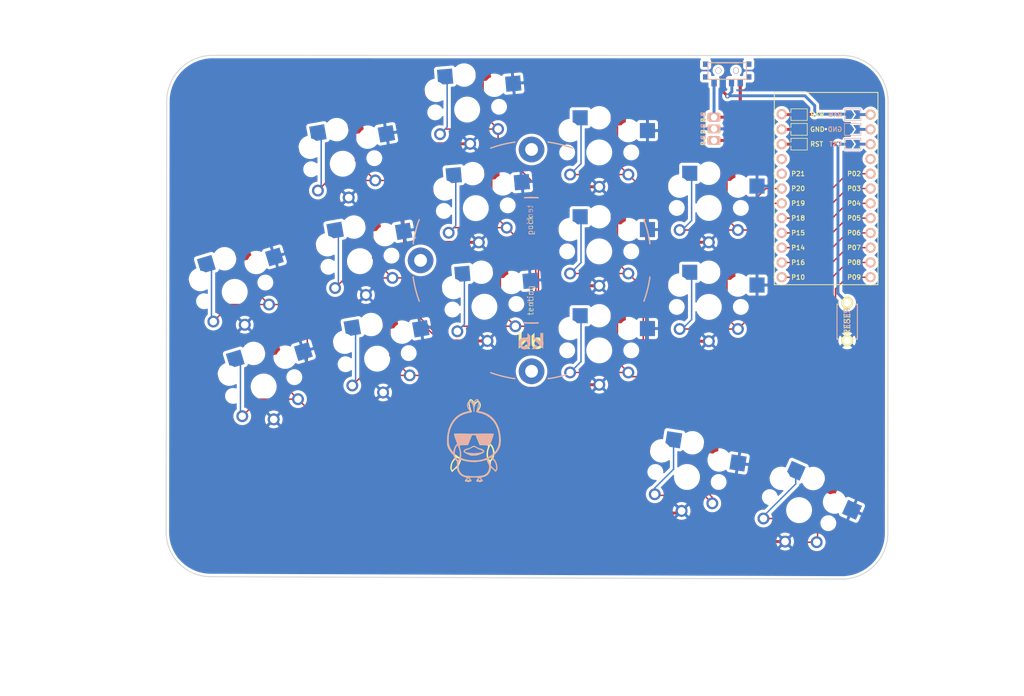
<source format=kicad_pcb>
(kicad_pcb (version 20211014) (generator pcbnew)
  (title_block (title "board") (rev "v1.0.0") (company "Unknown"))
  (layers (0 "F.Cu" signal) (31 "B.Cu" signal) (34 "B.Paste" user) (35 "F.Paste" user) (36 "B.SilkS" user "B.Silkscreen") (37 "F.SilkS" user "F.Silkscreen") (38 "B.Mask" user) (39 "F.Mask" user) (44 "Edge.Cuts" user))
  (net 0 "")
  (net 1 "P6")
  (net 2 "GND")
  (net 3 "P5")
  (net 4 "P4")
  (net 5 "P3")
  (net 6 "P2")
  (net 7 "P18")
  (net 8 "P15")
  (net 9 "P14")
  (net 10 "P16")
  (net 11 "P10")
  (net 12 "P19")
  (net 13 "P20")
  (net 14 "P21")
  (net 15 "P7")
  (net 16 "P8")
  (net 17 "P9")
  (net 18 "RAW")
  (net 19 "RST")
  (net 20 "Braw")
  (footprint "kbd:ResetSW" (layer "F.Cu") (at 157.969791 -77.623254 90)
    (fp_text reference "B1" hide)
    (fp_text value "")
  )
  (footprint "PG1350" (layer "F.Cu") (at 71.38711 -104.745067 10)
    (fp_text reference "S11" hide)
    (fp_text value "" hide)
  )
  (footprint "PG1350" (layer "F.Cu") (at 149.714791 -45.238254 156)
    (fp_text reference "S34" hide)
    (fp_text value "" hide)
  )
  (footprint "PG1350" (layer "F.Cu") (at 94.221643 -97.114167 5)
    (fp_text reference "S15" hide)
    (fp_text value "" hide)
  )
  (footprint "PG1350" (layer "F.Cu") (at 115.411087 -89.686017)
    (fp_text reference "S21" hide)
    (fp_text value "" hide)
  )
  (footprint "PG1350" (layer "F.Cu") (at 77.291148 -71.261603 -170)
    (fp_text reference "S8" hide)
    (fp_text value "" hide)
  )
  (footprint "E73:SPDT_C128955" (layer "F.Cu") (at 137.368406 -120.751838)
    (fp_text reference "T1" hide)
    (fp_text value "" hide)
  )
  (footprint "E73:SPDT_C128955" (layer "F.Cu") (at 137.368406 -120.751838)
    (fp_text reference "T2" hide)
    (fp_text value "" hide)
  )
  (footprint "PG1350" (layer "F.Cu") (at 95.703291 -80.178857 -175)
    (fp_text reference "S14" hide)
    (fp_text value "" hide)
  )
  (footprint "PG1350" (layer "F.Cu") (at 115.411087 -72.686017 180)
    (fp_text reference "S20" hide)
    (fp_text value "" hide)
  )
  (footprint "PG1350" (layer "F.Cu") (at 134.21828 -80.153254 180)
    (fp_text reference "S28" hide)
    (fp_text value "" hide)
  )
  (footprint "PG1350" (layer "F.Cu") (at 134.21828 -97.153254)
    (fp_text reference "S29" hide)
    (fp_text value "" hide)
  )
  (footprint "LOGO" (layer "F.Cu") (at 93.819755 -55.859733)
    (fp_text reference "G***" hide)
    (fp_text value "LOGO" hide)
  )
  (footprint "PG1350" (layer "F.Cu") (at 149.714791 -45.238254 -24)
    (fp_text reference "S33" hide)
    (fp_text value "" hide)
  )
  (footprint "PG1350" (layer "F.Cu") (at 77.291148 -71.261603 10)
    (fp_text reference "S7" hide)
    (fp_text value "" hide)
  )
  (footprint "lib:bat" (layer "F.Cu") (at 135.109791 -110.738254 -90)
    (fp_text reference "PAD1" hide)
    (fp_text value "" hide)
  )
  (footprint "PG1350" (layer "F.Cu") (at 52.842259 -82.729963 17)
    (fp_text reference "S5" hide)
    (fp_text value "" hide)
  )
  (footprint "PG1350" (layer "F.Cu") (at 134.21828 -80.153254)
    (fp_text reference "S27" hide)
    (fp_text value "" hide)
  )
  (footprint "PG1350" (layer "F.Cu") (at 74.339129 -88.003335 10)
    (fp_text reference "S9" hide)
    (fp_text value "" hide)
  )
  (footprint "PG1350" (layer "F.Cu") (at 94.221643 -97.114167 -175)
    (fp_text reference "S16" hide)
    (fp_text value "" hide)
  )
  (footprint "PG1350" (layer "F.Cu") (at 134.21828 -97.153254 180)
    (fp_text reference "S30" hide)
    (fp_text value "" hide)
  )
  (footprint "PG1350" (layer "F.Cu") (at 95.703291 -80.178857 5)
    (fp_text reference "S13" hide)
    (fp_text value "" hide)
  )
  (footprint "PG1350" (layer "F.Cu") (at 115.411087 -106.686017 180)
    (fp_text reference "S24" hide)
    (fp_text value "" hide)
  )
  (footprint "PG1350" (layer "F.Cu") (at 92.739996 -114.049477 5)
    (fp_text reference "S17" hide)
    (fp_text value "" hide)
  )
  (footprint "PG1350" (layer "F.Cu") (at 57.812578 -66.472782 -163)
    (fp_text reference "S4" hide)
    (fp_text value "" hide)
  )
  (footprint "PG1350" (layer "F.Cu") (at 74.339129 -88.003335 -170)
    (fp_text reference "S10" hide)
    (fp_text value "" hide)
  )
  (footprint "PG1350" (layer "F.Cu") (at 115.411087 -89.686017 180)
    (fp_text reference "S22" hide)
    (fp_text value "" hide)
  )
  (footprint "PG1350" (layer "F.Cu") (at 130.476118 -50.937009 -9)
    (fp_text reference "S31" hide)
    (fp_text value "" hide)
  )
  (footprint "ProMicro" (layer "F.Cu") (at 154.357213 -99.213254 -90)
    (fp_text reference "MCU1" hide)
    (fp_text value "" hide)
  )
  (footprint "PG1350" (layer "F.Cu") (at 57.812578 -66.472782 17)
    (fp_text reference "S3" hide)
    (fp_text value "" hide)
  )
  (footprint "PG1350" (layer "F.Cu") (at 130.476118 -50.937009 171)
    (fp_text reference "S32" hide)
    (fp_text value "" hide)
  )
  (footprint "Alaa:Tenting_Puck_3_Holes" (layer "F.Cu") (at 103.79722 -88.141427)
    (fp_text reference "REF**")
    (fp_text value "Tenting Puck")
  )
  (footprint "PG1350" (layer "F.Cu") (at 71.38711 -104.745067 -170)
    (fp_text reference "S12" hide)
    (fp_text value "" hide)
  )
  (footprint "PG1350" (layer "F.Cu") (at 115.411087 -106.686017)
    (fp_text reference "S23" hide)
    (fp_text value "" hide)
  )
  (footprint "PG1350" (layer "F.Cu") (at 52.842259 -82.729963 -163)
    (fp_text reference "S6" hide)
    (fp_text value "" hide)
  )
  (footprint "PG1350" (layer "F.Cu") (at 115.411087 -72.686017)
    (fp_text reference "S19" hide)
    (fp_text value "" hide)
  )
  (footprint "PG1350" (layer "F.Cu") (at 92.739996 -114.049477 -175)
    (fp_text reference "S18" hide)
    (fp_text value "" hide)
  )
  (footprint "LOGO" (layer "B.Cu") (at 93.98 -55.88 180)
    (fp_text reference "G***" hide)
    (fp_text value "LOGO" hide)
  )
  (gr_line (start 157.373271 -123.349983) (end 48.779334 -123.36481) (layer "Edge.Cuts") (width 0.15))
  (gr_arc (start 164.948263 -41.009332) (mid 162.628869 -35.71328) (end 157.334791 -33.389332) (layer "Edge.Cuts") (width 0.15))
  (gr_line (start 41.165862 -115.74481) (end 41.071041 -41.428254) (layer "Edge.Cuts") (width 0.15))
  (gr_arc (start 48.691041 -33.808254) (mid 43.311577 -36.04879) (end 41.071041 -41.428254) (layer "Edge.Cuts") (width 0.15))
  (gr_line (start 164.948263 -41.009332) (end 164.993271 -115.736511) (layer "Edge.Cuts") (width 0.15))
  (gr_line (start 157.334791 -33.389332) (end 48.691041 -33.808254) (layer "Edge.Cuts") (width 0.15))
  (gr_arc (start 157.373271 -123.349983) (mid 162.669331 -121.030581) (end 164.993271 -115.736511) (layer "Edge.Cuts") (width 0.15))
  (gr_arc (start 41.165862 -115.74481) (mid 43.485264 -121.04087) (end 48.779334 -123.36481) (layer "Edge.Cuts") (width 0.15))
  (segment (start 147.293059 -65.010791) (end 124.592825 -65.010791) (width 0.25) (layer "F.Cu") (net 1))
  (segment (start 124.592825 -65.010791) (end 121.686138 -62.104105) (width 0.25) (layer "F.Cu") (net 1))
  (segment (start 58.734795 -80.557863) (end 52.095465 -80.557863) (width 0.25) (layer "F.Cu") (net 1))
  (segment (start 54.234545 -89.377494) (end 54.234545 -85.058113) (width 0.25) (layer "F.Cu") (net 1))
  (segment (start 52.095465 -80.557863) (end 49.171748 -77.634146) (width 0.25) (layer "F.Cu") (net 1))
  (segment (start 109.813673 -62.104105) (end 106.982862 -64.934916) (width 0.25) (layer "F.Cu") (net 1))
  (segment (start 121.686138 -62.104105) (end 109.813673 -62.104105) (width 0.25) (layer "F.Cu") (net 1))
  (segment (start 54.234545 -85.058113) (end 58.734795 -80.557863) (width 0.25) (layer "F.Cu") (net 1))
  (segment (start 63.479549 -80.557863) (end 58.734795 -80.557863) (width 0.25) (layer "F.Cu") (net 1))
  (segment (start 161.977213 -92.863254) (end 157.969791 -92.863254) (width 0.25) (layer "F.Cu") (net 1))
  (segment (start 154.628374 -72.346106) (end 147.293059 -65.010791) (width 0.25) (layer "F.Cu") (net 1))
  (segment (start 106.982862 -64.934916) (end 101.130724 -64.934916) (width 0.25) (layer "F.Cu") (net 1))
  (segment (start 154.628374 -89.521837) (end 154.628374 -72.346106) (width 0.25) (layer "F.Cu") (net 1))
  (segment (start 81.024544 -63.5) (end 71.12 -63.5) (width 0.25) (layer "F.Cu") (net 1))
  (segment (start 157.969791 -92.863254) (end 154.628374 -89.521837) (width 0.25) (layer "F.Cu") (net 1))
  (segment (start 101.130724 -64.934916) (end 94.028116 -72.037521) (width 0.25) (layer "F.Cu") (net 1))
  (segment (start 71.12 -63.5) (end 65.297412 -69.322588) (width 0.25) (layer "F.Cu") (net 1))
  (segment (start 94.028116 -72.037521) (end 89.562066 -72.037521) (width 0.25) (layer "F.Cu") (net 1))
  (segment (start 65.297412 -78.74) (end 63.479549 -80.557863) (width 0.25) (layer "F.Cu") (net 1))
  (segment (start 65.297412 -69.322588) (end 65.297412 -78.74) (width 0.25) (layer "F.Cu") (net 1))
  (segment (start 89.562066 -72.037521) (end 81.024544 -63.5) (width 0.25) (layer "F.Cu") (net 1))
  (segment (start 47.655954 -88.184596) (end 48.856953 -86.983597) (width 0.25) (layer "B.Cu") (net 1))
  (segment (start 48.856953 -86.983597) (end 48.856953 -78.356283) (width 0.25) (layer "B.Cu") (net 1))
  (segment (start 122.409791 -55.455499) (end 122.889627 -55.935335) (width 0.5) (layer "F.Cu") (net 2))
  (segment (start 141.459791 -49.809121) (end 143.680465 -52.029795) (width 0.5) (layer "F.Cu") (net 2))
  (segment (start 108.15356 -75.418544) (end 107.136087 -76.436017) (width 0.5) (layer "F.Cu") (net 2))
  (segment (start 63.384822 -105.421809) (end 62.586645 -106.219986) (width 0.5) (layer "F.Cu") (net 2))
  (segment (start 96.21751 -74.301308) (end 89.760656 -74.301308) (width 0.5) (layer "F.Cu") (net 2))
  (segment (start 134.21828 -91.253254) (end 127.851901 -91.253254) (width 0.5) (layer "F.Cu") (net 2))
  (segment (start 63.384822 -100.80225) (end 63.384822 -105.421809) (width 0.5) (layer "F.Cu") (net 2))
  (segment (start 128.490798 -74.253254) (end 125.94328 -76.800772) (width 0.5) (layer "F.Cu") (net 2))
  (segment (start 75.363653 -82.192969) (end 74.347654 -81.17697) (width 0.5) (layer "F.Cu") (net 2))
  (segment (start 115.411087 -66.786017) (end 109.81576 -66.786017) (width 0.5) (layer "F.Cu") (net 2))
  (segment (start 125.94328 -93.161875) (end 125.94328 -100.903254) (width 0.5) (layer "F.Cu") (net 2))
  (segment (start 108.15356 -68.448217) (end 108.15356 -75.418544) (width 0.5) (layer "F.Cu") (net 2))
  (segment (start 62.586645 -106.219986) (end 62.586645 -107.001157) (width 0.5) (layer "F.Cu") (net 2))
  (segment (start 66.26837 -97.918702) (end 63.384822 -100.80225) (width 0.5) (layer "F.Cu") (net 2))
  (segment (start 74.347654 -81.17697) (end 68.485407 -81.17697) (width 0.5) (layer "F.Cu") (net 2))
  (segment (start 71.813295 -64.435238) (end 68.490683 -67.75785) (width 0.5) (layer "F.Cu") (net 2))
  (segment (start 141.459791 -42.698254) (end 141.459791 -49.809121) (width 0.5) (layer "F.Cu") (net 2))
  (segment (start 89.760656 -74.301308) (end 87.132946 -76.929018) (width 0.5) (layer "F.Cu") (net 2))
  (segment (start 109.81576 -66.786017) (end 108.15356 -68.448217) (width 0.5) (layer "F.Cu") (net 2))
  (segment (start 49.917361 -65.987885) (end 48.802762 -67.102484) (width 0.5) (layer "F.Cu") (net 2))
  (segment (start 59.537571 -60.830584) (end 58.196209 -59.489222) (width 0.5) (layer "F.Cu") (net 2))
  (segment (start 77.299673 -64.435238) (end 71.813295 -64.435238) (width 0.5) (layer "F.Cu") (net 2))
  (segment (start 115.411087 -83.786017) (end 108.973745 -83.786017) (width 0.5) (layer "F.Cu") (net 2))
  (segment (start 124.609447 -44.744455) (end 122.409791 -46.944111) (width 0.5) (layer "F.Cu") (net 2))
  (segment (start 78.315672 -65.451237) (end 77.299673 -64.435238) (width 0.5) (layer "F.Cu") (net 2))
  (segment (start 58.196209 -59.489222) (end 53.137791 -59.489222) (width 0.5) (layer "F.Cu") (net 2))
  (segment (start 71.395635 -97.918702) (end 66.26837 -97.918702) (width 0.5) (layer "F.Cu") (net 2))
  (segment (start 53.137791 -59.489222) (end 49.917361 -62.709652) (width 0.5) (layer "F.Cu") (net 2))
  (segment (start 134.21828 -74.253254) (end 128.490798 -74.253254) (width 0.5) (layer "F.Cu") (net 2))
  (segment (start 107.136087 -103.216201) (end 107.136087 -110.436017) (width 0.5) (layer "F.Cu") (net 2))
  (segment (start 86.601289 -108.171928) (end 86.570217 -108.140856) (width 0.5) (layer "F.Cu") (net 2))
  (segment (start 93.254215 -108.171928) (end 86.601289 -108.171928) (width 0.5) (layer "F.Cu") (net 2))
  (segment (start 115.411087 -100.786017) (end 109.566271 -100.786017) (width 0.5) (layer "F.Cu") (net 2))
  (segment (start 68.485407 -81.17697) (end 65.538664 -84.123713) (width 0.5) (layer "F.Cu") (net 2))
  (segment (start 85.651298 -93.599163) (end 85.651298 -100.128683) (width 0.5) (layer "F.Cu") (net 2))
  (segment (start 65.538664 -84.123713) (end 65.538664 -90.259425) (width 0.5) (layer "F.Cu") (net 2))
  (segment (start 48.802762 -67.102484) (end 48.802762 -67.639549) (width 0.5) (layer "F.Cu") (net 2))
  (segment (start 147.315045 -39.848335) (end 144.30971 -39.848335) (width 0.5) (layer "F.Cu") (net 2))
  (segment (start 154.256703 -110.643254) (end 150.44369 -110.643254) (width 0.5) (layer "F.Cu") (net 2))
  (segment (start 122.409791 -46.944111) (end 122.409791 -55.455499) (width 0.5) (layer "F.Cu") (net 2))
  (segment (start 108.15356 -76.015027) (end 107.136087 -77.0325) (width 0.5) (layer "F.Cu") (net 2))
  (segment (start 109.566271 -100.786017) (end 107.136087 -103.216201) (width 0.5) (layer "F.Cu") (net 2))
  (segment (start 94.735862 -91.236618) (end 88.013843 -91.236618) (width 0.5) (layer "F.Cu") (net 2))
  (segment (start 48.232895 -75.218284) (end 44.864298 -78.586881) (width 0.5) (layer "F.Cu") (net 2))
  (segment (start 87.132946 -76.929018) (end 87.132946 -83.193373) (width 0.5) (layer "F.Cu") (net 2))
  (segment (start 129.187964 -44.744455) (end 124.609447 -44.744455) (width 0.5) (layer "F.Cu") (net 2))
  (segment (start 88.013843 -91.236618) (end 85.651298 -93.599163) (width 0.5) (layer "F.Cu") (net 2))
  (segment (start 108.973745 -83.786017) (end 107.136087 -85.623675) (width 0.5) (layer "F.Cu") (net 2))
  (segment (start 154.304587 -110.691138) (end 154.256703 -110.643254) (width 0.5) (layer "F.Cu") (net 2))
  (segment (start 127.851901 -91.253254) (end 125.94328 -93.161875) (width 0.5) (layer "F.Cu") (net 2))
  (segment (start 44.864298 -78.586881) (end 44.864298 -82.864875) (width 0.5) (layer "F.Cu") (net 2))
  (segment (start 86.570217 -108.140856) (end 84.169651 -110.541422) (width 0.5) (layer "F.Cu") (net 2))
  (segment (start 144.30971 -39.848335) (end 141.459791 -42.698254) (width 0.5) (layer "F.Cu") (net 2))
  (segment (start 54.567252 -77.087765) (end 52.697771 -75.218284) (width 0.5) (layer "F.Cu") (net 2))
  (segment (start 72.411634 -98.934701) (end 71.395635 -97.918702) (width 0.5) (layer "F.Cu") (net 2))
  (segment (start 68.490683 -67.75785) (end 68.490683 -73.517693) (width 0.5) (layer "F.Cu") (net 2))
  (segment (start 52.697771 -75.218284) (end 48.232895 -75.218284) (width 0.5) (layer "F.Cu") (net 2))
  (segment (start 107.136087 -85.623675) (end 107.136087 -93.436017) (width 0.5) (layer "F.Cu") (net 2))
  (segment (start 44.864298 -82.864875) (end 43.832443 -83.89673) (width 0.5) (layer "F.Cu") (net 2))
  (segment (start 49.917361 -62.709652) (end 49.917361 -65.987885) (width 0.5) (layer "F.Cu") (net 2))
  (segment (start 129.553156 -45.109647) (end 129.187964 -44.744455) (width 0.5) (layer "F.Cu") (net 2))
  (segment (start 125.94328 -76.800772) (end 125.94328 -83.903254) (width 0.5) (layer "F.Cu") (net 2))
  (segment (start 84.169651 -110.541422) (end 84.169651 -117.063993) (width 0.5) (layer "F.Cu") (net 2))
  (via (at 154.304587 -110.691138) (size 0.8) (drill 0.4) (layers "F.Cu" "B.Cu") (net 2))
  (segment (start 154.329345 -110.66638) (end 154.352471 -110.643254) (width 0.5) (layer "B.Cu") (net 2))
  (segment (start 154.304587 -110.691138) (end 152.841907 -110.691138) (width 0.5) (layer "B.Cu") (net 2))
  (segment (start 152.841907 -110.691138) (end 148.444791 -115.088254) (width 0.5) (layer "B.Cu") (net 2))
  (segment (start 138.379791 -110.738254) (end 135.109791 -110.738254) (width 0.5) (layer "B.Cu") (net 2))
  (segment (start 154.352471 -110.643254) (end 158.19369 -110.643254) (width 0.5) (layer "B.Cu") (net 2))
  (segment (start 142.729791 -115.088254) (end 138.379791 -110.738254) (width 0.5) (layer "B.Cu") (net 2))
  (segment (start 148.444791 -115.088254) (end 142.729791 -115.088254) (width 0.5) (layer "B.Cu") (net 2))
  (segment (start 154.178854 -72.532303) (end 154.178854 -80.140845) (width 0.25) (layer "F.Cu") (net 3))
  (segment (start 154.159791 -80.159908) (end 154.159791 -91.593254) (width 0.25) (layer "F.Cu") (net 3))
  (segment (start 82.87505 -68.387574) (end 85.2764 -68.387574) (width 0.25) (layer "F.Cu") (net 3))
  (segment (start 109.999871 -62.553625) (end 121.499941 -62.553625) (width 0.25) (layer "F.Cu") (net 3))
  (segment (start 94.214315 -72.487041) (end 101.31692 -65.384436) (width 0.25) (layer "F.Cu") (net 3))
  (segment (start 79.483187 -71.779437) (end 82.87505 -68.387574) (width 0.25) (layer "F.Cu") (net 3))
  (segment (start 107.16906 -65.384436) (end 109.999871 -62.553625) (width 0.25) (layer "F.Cu") (net 3))
  (segment (start 89.375867 -72.487041) (end 94.214315 -72.487041) (width 0.25) (layer "F.Cu") (net 3))
  (segment (start 157.969791 -95.403254) (end 161.977213 -95.403254) (width 0.25) (layer "F.Cu") (net 3))
  (segment (start 82.87505 -68.387574) (end 74.763453 -68.387574) (width 0.25) (layer "F.Cu") (net 3))
  (segment (start 79.483187 -77.689907) (end 79.483187 -71.779437) (width 0.25) (layer "F.Cu") (net 3))
  (segment (start 124.406628 -65.460311) (end 147.106862 -65.460311) (width 0.25) (layer "F.Cu") (net 3))
  (segment (start 74.763453 -68.387574) (end 73.026972 -66.651093) (width 0.25) (layer "F.Cu") (net 3))
  (segment (start 147.106862 -65.460311) (end 154.178854 -72.532303) (width 0.25) (layer "F.Cu") (net 3))
  (segment (start 121.499941 -62.553625) (end 124.406628 -65.460311) (width 0.25) (layer "F.Cu") (net 3))
  (segment (start 85.2764 -68.387574) (end 89.375867 -72.487041) (width 0.25) (layer "F.Cu") (net 3))
  (segment (start 101.31692 -65.384436) (end 107.16906 -65.384436) (width 0.25) (layer "F.Cu") (net 3))
  (segment (start 154.159791 -91.593254) (end 157.969791 -95.403254) (width 0.25) (layer "F.Cu") (net 3))
  (segment (start 154.178854 -80.140845) (end 154.159791 -80.159908) (width 0.25) (layer "F.Cu") (net 3))
  (segment (start 73.59045 -67.214571) (end 73.026972 -66.651093) (width 0.25) (layer "B.Cu") (net 3))
  (segment (start 73.032696 -76.552511) (end 73.59045 -75.994757) (width 0.25) (layer "B.Cu") (net 3))
  (segment (start 73.59045 -75.994757) (end 73.59045 -67.214571) (width 0.25) (layer "B.Cu") (net 3))
  (segment (start 76.531168 -88.521169) (end 79.923031 -85.129306) (width 0.25) (layer "F.Cu") (net 4))
  (segment (start 157.969791 -97.943254) (end 161.977213 -97.943254) (width 0.25) (layer "F.Cu") (net 4))
  (segment (start 76.531168 -94.431639) (end 76.531168 -88.521169) (width 0.25) (layer "F.Cu") (net 4))
  (segment (start 101.503117 -65.833956) (end 107.355257 -65.833956) (width 0.25) (layer "F.Cu") (net 4))
  (segment (start 153.698572 -72.687741) (end 153.698572 -93.672035) (width 0.25) (layer "F.Cu") (net 4))
  (segment (start 124.220427 -65.909831) (end 146.920664 -65.909831) (width 0.25) (layer "F.Cu") (net 4))
  (segment (start 94.400512 -72.936561) (end 101.503117 -65.833956) (width 0.25) (layer "F.Cu") (net 4))
  (segment (start 110.186071 -63.003145) (end 121.313741 -63.003145) (width 0.25) (layer "F.Cu") (net 4))
  (segment (start 89.382986 -72.936561) (end 94.400512 -72.936561) (width 0.25) (layer "F.Cu") (net 4))
  (segment (start 84.38648 -82.617802) (end 84.38648 -77.933067) (width 0.25) (layer "F.Cu") (net 4))
  (segment (start 121.313741 -63.003145) (end 124.220427 -65.909831) (width 0.25) (layer "F.Cu") (net 4))
  (segment (start 79.923031 -85.129306) (end 71.811434 -85.129306) (width 0.25) (layer "F.Cu") (net 4))
  (segment (start 107.355257 -65.833956) (end 110.186071 -63.003145) (width 0.25) (layer "F.Cu") (net 4))
  (segment (start 79.923031 -85.129306) (end 81.874976 -85.129306) (width 0.25) (layer "F.Cu") (net 4))
  (segment (start 84.38648 -77.933067) (end 89.382986 -72.936561) (width 0.25) (layer "F.Cu") (net 4))
  (segment (start 146.920664 -65.909831) (end 153.698572 -72.687741) (width 0.25) (layer "F.Cu") (net 4))
  (segment (start 71.811434 -85.129306) (end 70.074953 -83.392825) (width 0.25) (layer "F.Cu") (net 4))
  (segment (start 81.874976 -85.129306) (end 84.38648 -82.617802) (width 0.25) (layer "F.Cu") (net 4))
  (segment (start 153.698572 -93.672035) (end 157.969791 -97.943254) (width 0.25) (layer "F.Cu") (net 4))
  (segment (start 70.638431 -83.956303) (end 70.074953 -83.392825) (width 0.25) (layer "B.Cu") (net 4))
  (segment (start 70.638431 -92.736489) (end 70.638431 -83.956303) (width 0.25) (layer "B.Cu") (net 4))
  (segment (start 70.080677 -93.294243) (end 70.638431 -92.736489) (width 0.25) (layer "B.Cu") (net 4))
  (segment (start 68.859415 -101.871038) (end 67.122934 -100.134557) (width 0.25) (layer "F.Cu") (net 5))
  (segment (start 81.858703 -99.573497) (end 81.858703 -85.781297) (width 0.25) (layer "F.Cu") (net 5))
  (segment (start 146.734466 -66.359351) (end 153.249052 -72.873938) (width 0.25) (layer "F.Cu") (net 5))
  (segment (start 101.689314 -66.283476) (end 107.541455 -66.283476) (width 0.25) (layer "F.Cu") (net 5))
  (segment (start 153.249052 -95.762515) (end 157.969791 -100.483254) (width 0.25) (layer "F.Cu") (net 5))
  (segment (start 124.03423 -66.359351) (end 146.734466 -66.359351) (width 0.25) (layer "F.Cu") (net 5))
  (segment (start 73.579149 -111.173371) (end 73.579149 -105.262901) (width 0.25) (layer "F.Cu") (net 5))
  (segment (start 79.561162 -101.871038) (end 81.858703 -99.573497) (width 0.25) (layer "F.Cu") (net 5))
  (segment (start 76.971012 -101.871038) (end 79.561162 -101.871038) (width 0.25) (layer "F.Cu") (net 5))
  (segment (start 107.541455 -66.283476) (end 110.372268 -63.452665) (width 0.25) (layer "F.Cu") (net 5))
  (segment (start 84.836 -78.119265) (end 89.569184 -73.386081) (width 0.25) (layer "F.Cu") (net 5))
  (segment (start 157.969791 -100.483254) (end 161.977213 -100.483254) (width 0.25) (layer "F.Cu") (net 5))
  (segment (start 89.569184 -73.386081) (end 94.586709 -73.386081) (width 0.25) (layer "F.Cu") (net 5))
  (segment (start 76.971012 -101.871038) (end 68.859415 -101.871038) (width 0.25) (layer "F.Cu") (net 5))
  (segment (start 153.249052 -72.873938) (end 153.249052 -95.762515) (width 0.25) (layer "F.Cu") (net 5))
  (segment (start 84.836 -82.804) (end 84.836 -78.119265) (width 0.25) (layer "F.Cu") (net 5))
  (segment (start 81.858703 -85.781297) (end 84.836 -82.804) (width 0.25) (layer "F.Cu") (net 5))
  (segment (start 73.579149 -105.262901) (end 76.971012 -101.871038) (width 0.25) (layer "F.Cu") (net 5))
  (segment (start 94.586709 -73.386081) (end 101.689314 -66.283476) (width 0.25) (layer "F.Cu") (net 5))
  (segment (start 121.127543 -63.452665) (end 124.03423 -66.359351) (width 0.25) (layer "F.Cu") (net 5))
  (segment (start 110.372268 -63.452665) (end 121.127543 -63.452665) (width 0.25) (layer "F.Cu") (net 5))
  (segment (start 67.686412 -100.698035) (end 67.122934 -100.134557) (width 0.25) (layer "B.Cu") (net 5))
  (segment (start 67.128658 -110.035975) (end 67.686412 -109.478221) (width 0.25) (layer "B.Cu") (net 5))
  (segment (start 67.686412 -109.478221) (end 67.686412 -100.698035) (width 0.25) (layer "B.Cu") (net 5))
  (segment (start 91.925067 -76.829096) (end 91.053509 -75.957538) (width 0.25) (layer "F.Cu") (net 6))
  (segment (start 157.969791 -103.023254) (end 161.977213 -103.023254) (width 0.25) (layer "F.Cu") (net 6))
  (segment (start 101.015456 -76.829096) (end 98.447252 -79.3973) (width 0.25) (layer "F.Cu") (net 6))
  (segment (start 98.447252 -79.3973) (end 98.447252 -86.391651) (width 0.25) (layer "F.Cu") (net 6))
  (segment (start 152.799532 -73.060135) (end 152.799532 -97.852995) (width 0.25) (layer "F.Cu") (net 6))
  (segment (start 102.844128 -76.829096) (end 104.07916 -75.594064) (width 0.25) (layer "F.Cu") (net 6))
  (segment (start 104.07916 -73.484347) (end 106.68 -70.883507) (width 0.25) (layer "F.Cu") (net 6))
  (segment (start 106.68 -70.883507) (end 106.680001 -67.780648) (width 0.25) (layer "F.Cu") (net 6))
  (segment (start 120.941347 -63.902185) (end 123.848033 -66.808871) (width 0.25) (layer "F.Cu") (net 6))
  (segment (start 104.07916 -75.594064) (end 104.07916 -73.484347) (width 0.25) (layer "F.Cu") (net 6))
  (segment (start 106.680001 -67.780648) (end 110.558465 -63.902185) (width 0.25) (layer "F.Cu") (net 6))
  (segment (start 101.015456 -76.829096) (end 91.925067 -76.829096) (width 0.25) (layer "F.Cu") (net 6))
  (segment (start 101.015456 -76.829096) (end 102.844128 -76.829096) (width 0.25) (layer "F.Cu") (net 6))
  (segment (start 152.799532 -97.852995) (end 157.969791 -103.023254) (width 0.25) (layer "F.Cu") (net 6))
  (segment (start 110.558465 -63.902185) (end 120.941347 -63.902185) (width 0.25) (layer "F.Cu") (net 6))
  (segment (start 123.848033 -66.808871) (end 146.548268 -66.808871) (width 0.25) (layer "F.Cu") (net 6))
  (segment (start 146.548268 -66.808871) (end 152.799532 -73.060135) (width 0.25) (layer "F.Cu") (net 6))
  (segment (start 92.270004 -77.174033) (end 91.053509 -75.957538) (width 0.25) (layer "B.Cu") (net 6))
  (segment (start 91.922177 -85.82078) (end 92.270004 -85.472953) (width 0.25) (layer "B.Cu") (net 6))
  (segment (start 92.270004 -85.472953) (end 92.270004 -77.174033) (width 0.25) (layer "B.Cu") (net 6))
  (segment (start 149.079791 -95.403254) (end 146.737213 -95.403254) (width 0.25) (layer "F.Cu") (net 7))
  (segment (start 146.36207 -67.258391) (end 152.350012 -73.246333) (width 0.25) (layer "F.Cu") (net 7))
  (segment (start 99.533808 -93.764406) (end 90.443419 -93.764406) (width 0.25) (layer "F.Cu") (net 7))
  (segment (start 96.965604 -96.33261) (end 99.533808 -93.764406) (width 0.25) (layer "F.Cu") (net 7))
  (segment (start 104.52868 -88.769534) (end 104.52868 -73.670546) (width 0.25) (layer "F.Cu") (net 7))
  (segment (start 110.744662 -64.351705) (end 120.755149 -64.351705) (width 0.25) (layer "F.Cu") (net 7))
  (segment (start 152.350012 -92.133033) (end 149.079791 -95.403254) (width 0.25) (layer "F.Cu") (net 7))
  (segment (start 120.755149 -64.351705) (end 123.661836 -67.258391) (width 0.25) (layer "F.Cu") (net 7))
  (segment (start 96.965604 -103.326961) (end 96.965604 -96.33261) (width 0.25) (layer "F.Cu") (net 7))
  (segment (start 107.12952 -71.069705) (end 107.12952 -67.966846) (width 0.25) (layer "F.Cu") (net 7))
  (segment (start 123.661836 -67.258391) (end 146.36207 -67.258391) (width 0.25) (layer "F.Cu") (net 7))
  (segment (start 107.392843 -67.703524) (end 110.744662 -64.351705) (width 0.25) (layer "F.Cu") (net 7))
  (segment (start 107.12952 -67.966846) (end 107.392843 -67.703524) (width 0.25) (layer "F.Cu") (net 7))
  (segment (start 90.443419 -93.764406) (end 89.571861 -92.892848) (width 0.25) (layer "F.Cu") (net 7))
  (segment (start 104.52868 -73.670546) (end 107.12952 -71.069705) (width 0.25) (layer "F.Cu") (net 7))
  (segment (start 99.533808 -93.764406) (end 104.52868 -88.769534) (width 0.25) (layer "F.Cu") (net 7))
  (segment (start 152.350012 -73.246333) (end 152.350012 -92.133033) (width 0.25) (layer "F.Cu") (net 7))
  (segment (start 90.788356 -94.109343) (end 89.571861 -92.892848) (width 0.25) (layer "B.Cu") (net 7))
  (segment (start 90.440529 -102.75609) (end 90.788356 -102.408263) (width 0.25) (layer "B.Cu") (net 7))
  (segment (start 90.788356 -102.408263) (end 90.788356 -94.109343) (width 0.25) (layer "B.Cu") (net 7))
  (segment (start 104.9782 -100.61575) (end 104.9782 -73.856744) (width 0.25) (layer "F.Cu") (net 8))
  (segment (start 151.900492 -90.042553) (end 149.079791 -92.863254) (width 0.25) (layer "F.Cu") (net 8))
  (segment (start 107.57904 -71.255902) (end 107.57904 -68.153044) (width 0.25) (layer "F.Cu") (net 8))
  (segment (start 95.483957 -120.262271) (end 95.483957 -113.26792) (width 0.25) (layer "F.Cu") (net 8))
  (segment (start 110.930859 -64.801225) (end 120.568951 -64.801225) (width 0.25) (layer "F.Cu") (net 8))
  (segment (start 104.9782 -73.856744) (end 107.57904 -71.255902) (width 0.25) (layer "F.Cu") (net 8))
  (segment (start 107.57904 -68.153044) (end 110.930859 -64.801225) (width 0.25) (layer "F.Cu") (net 8))
  (segment (start 151.900492 -73.432531) (end 151.900492 -90.042553) (width 0.25) (layer "F.Cu") (net 8))
  (segment (start 98.052161 -110.699716) (end 98.052161 -107.541789) (width 0.25) (layer "F.Cu") (net 8))
  (segment (start 88.961772 -110.699716) (end 88.090214 -109.828158) (width 0.25) (layer "F.Cu") (net 8))
  (segment (start 149.079791 -92.863254) (end 146.737213 -92.863254) (width 0.25) (layer "F.Cu") (net 8))
  (segment (start 146.175872 -67.707911) (end 151.900492 -73.432531) (width 0.25) (layer "F.Cu") (net 8))
  (segment (start 123.475639 -67.707911) (end 146.175872 -67.707911) (width 0.25) (layer "F.Cu") (net 8))
  (segment (start 98.052161 -110.699716) (end 88.961772 -110.699716) (width 0.25) (layer "F.Cu") (net 8))
  (segment (start 95.483957 -113.26792) (end 98.052161 -110.699716) (width 0.25) (layer "F.Cu") (net 8))
  (segment (start 98.052161 -107.541789) (end 104.9782 -100.61575) (width 0.25) (layer "F.Cu") (net 8))
  (segment (start 120.568951 -64.801225) (end 123.475639 -67.707911) (width 0.25) (layer "F.Cu") (net 8))
  (segment (start 89.306709 -111.044653) (end 88.090214 -109.828158) (width 0.25) (layer "B.Cu") (net 8))
  (segment (start 89.306709 -119.343573) (end 89.306709 -111.044653) (width 0.25) (layer "B.Cu") (net 8))
  (segment (start 88.958882 -119.6914) (end 89.306709 -119.343573) (width 0.25) (layer "B.Cu") (net 8))
  (segment (start 120.411087 -68.886017) (end 110.411087 -68.886017) (width 0.25) (layer "F.Cu") (net 9))
  (segment (start 118.536566 -78.486496) (end 118.536566 -70.760538) (width 0.25) (layer "F.Cu") (net 9))
  (segment (start 149.079791 -90.323254) (end 151.450972 -87.952073) (width 0.25) (layer "F.Cu") (net 9))
  (segment (start 121.128314 -68.16879) (end 120.411087 -68.886017) (width 0.25) (layer "F.Cu") (net 9))
  (segment (start 118.536566 -70.760538) (end 120.411087 -68.886017) (width 0.25) (layer "F.Cu") (net 9))
  (segment (start 146.001033 -68.16879) (end 121.128314 -68.16879) (width 0.25) (layer "F.Cu") (net 9))
  (segment (start 151.450972 -73.618729) (end 146.001033 -68.16879) (width 0.25) (layer "F.Cu") (net 9))
  (segment (start 146.737213 -90.323254) (end 149.079791 -90.323254) (width 0.25) (layer "F.Cu") (net 9))
  (segment (start 151.450972 -87.952073) (end 151.450972 -73.618729) (width 0.25) (layer "F.Cu") (net 9))
  (segment (start 118.686087 -78.636017) (end 118.536566 -78.486496) (width 0.25) (layer "F.Cu") (net 9))
  (segment (start 112.285608 -79.029475) (end 112.285608 -70.760538) (width 0.25) (layer "B.Cu") (net 9))
  (segment (start 112.285608 -70.760538) (end 110.411087 -68.886017) (width 0.25) (layer "B.Cu") (net 9))
  (segment (start 118.536566 -87.760538) (end 120.411087 -85.886017) (width 0.25) (layer "F.Cu") (net 10))
  (segment (start 120.411087 -85.886017) (end 122.966194 -83.33091) (width 0.25) (layer "F.Cu") (net 10))
  (segment (start 110.411087 -85.886017) (end 120.411087 -85.886017) (width 0.25) (layer "F.Cu") (net 10))
  (segment (start 122.966194 -83.33091) (end 122.966194 -69.188523) (width 0.25) (layer "F.Cu") (net 10))
  (segment (start 123.536407 -68.61831) (end 145.814835 -68.61831) (width 0.25) (layer "F.Cu") (net 10))
  (segment (start 118.536566 -95.486496) (end 118.536566 -87.760538) (width 0.25) (layer "F.Cu") (net 10))
  (segment (start 149.079791 -87.783254) (end 146.737213 -87.783254) (width 0.25) (layer "F.Cu") (net 10))
  (segment (start 151.001452 -73.804926) (end 151.001452 -85.861593) (width 0.25) (layer "F.Cu") (net 10))
  (segment (start 122.966194 -69.188523) (end 123.536407 -68.61831) (width 0.25) (layer "F.Cu") (net 10))
  (segment (start 145.814835 -68.61831) (end 151.001452 -73.804926) (width 0.25) (layer "F.Cu") (net 10))
  (segment (start 118.686087 -95.636017) (end 118.536566 -95.486496) (width 0.25) (layer "F.Cu") (net 10))
  (segment (start 151.001452 -85.861593) (end 149.079791 -87.783254) (width 0.25) (layer "F.Cu") (net 10))
  (segment (start 112.285608 -96.029475) (end 112.285608 -87.760538) (width 0.25) (layer "B.Cu") (net 10))
  (segment (start 112.285608 -87.760538) (end 110.411087 -85.886017) (width 0.25) (layer "B.Cu") (net 10))
  (segment (start 150.551932 -83.771113) (end 149.079791 -85.243254) (width 0.25) (layer "F.Cu") (net 11))
  (segment (start 118.536566 -112.486496) (end 118.536566 -104.760538) (width 0.25) (layer "F.Cu") (net 11))
  (segment (start 150.551932 -73.991124) (end 150.551932 -83.771113) (width 0.25) (layer "F.Cu") (net 11))
  (segment (start 120.411087 -102.886017) (end 123.415714 -99.88139) (width 0.25) (layer "F.Cu") (net 11))
  (segment (start 120.411087 -102.886017) (end 110.411087 -102.886017) (width 0.25) (layer "F.Cu") (net 11))
  (segment (start 123.415714 -69.445978) (end 123.793862 -69.06783) (width 0.25) (layer "F.Cu") (net 11))
  (segment (start 118.686087 -112.636017) (end 118.536566 -112.486496) (width 0.25) (layer "F.Cu") (net 11))
  (segment (start 123.415714 -99.88139) (end 123.415714 -69.445978) (width 0.25) (layer "F.Cu") (net 11))
  (segment (start 149.079791 -85.243254) (end 146.737213 -85.243254) (width 0.25) (layer "F.Cu") (net 11))
  (segment (start 145.628638 -69.06783) (end 150.551932 -73.991124) (width 0.25) (layer "F.Cu") (net 11))
  (segment (start 123.793862 -69.06783) (end 145.628638 -69.06783) (width 0.25) (layer "F.Cu") (net 11))
  (segment (start 118.536566 -104.760538) (end 120.411087 -102.886017) (width 0.25) (layer "F.Cu") (net 11))
  (segment (start 112.285608 -104.760538) (end 110.411087 -102.886017) (width 0.25) (layer "B.Cu") (net 11))
  (segment (start 112.285608 -113.029475) (end 112.285608 -104.760538) (width 0.25) (layer "B.Cu") (net 11))
  (segment (start 142.540891 -96.335636) (end 144.148509 -97.943254) (width 0.25) (layer "F.Cu") (net 12))
  (segment (start 137.343759 -78.227775) (end 137.343759 -85.953733) (width 0.25) (layer "F.Cu") (net 12))
  (segment (start 139.21828 -76.353254) (end 137.343759 -78.227775) (width 0.25) (layer "F.Cu") (net 12))
  (segment (start 137.343759 -85.953733) (end 137.49328 -86.103254) (width 0.25) (layer "F.Cu") (net 12))
  (segment (start 142.540891 -79.675865) (end 142.540891 -96.335636) (width 0.25) (layer "F.Cu") (net 12))
  (segment (start 139.21828 -76.353254) (end 142.540891 -79.675865) (width 0.25) (layer "F.Cu") (net 12))
  (segment (start 144.148509 -97.943254) (end 146.737213 -97.943254) (width 0.25) (layer "F.Cu") (net 12))
  (segment (start 129.21828 -76.353254) (end 139.21828 -76.353254) (width 0.25) (layer "F.Cu") (net 12))
  (segment (start 131.272946 -77.97651) (end 129.078705 -75.782269) (width 0.25) (layer "B.Cu") (net 12))
  (segment (start 131.272946 -85.063028) (end 131.272946 -77.97651) (width 0.25) (layer "B.Cu") (net 12))
  (segment (start 130.803705 -85.532269) (end 131.272946 -85.063028) (width 0.25) (layer "B.Cu") (net 12))
  (segment (start 142.091371 -94.516076) (end 142.091371 -98.564834) (width 0.25) (layer "F.Cu") (net 13))
  (segment (start 142.091371 -98.564834) (end 144.009791 -100.483254) (width 0.25) (layer "F.Cu") (net 13))
  (segment (start 137.343759 -95.227775) (end 137.343759 -102.953733) (width 0.25) (layer "F.Cu") (net 13))
  (segment (start 137.343759 -102.953733) (end 137.49328 -103.103254) (width 0.25) (layer "F.Cu") (net 13))
  (segment (start 139.21828 -93.353254) (end 137.343759 -95.227775) (width 0.25) (layer "F.Cu") (net 13))
  (segment (start 144.009791 -100.483254) (end 146.737213 -100.483254) (width 0.25) (layer "F.Cu") (net 13))
  (segment (start 140.928549 -93.353254) (end 142.091371 -94.516076) (width 0.25) (layer "F.Cu") (net 13))
  (segment (start 129.21828 -93.353254) (end 139.21828 -93.353254) (width 0.25) (layer "F.Cu") (net 13))
  (segment (start 139.21828 -93.353254) (end 140.928549 -93.353254) (width 0.25) (layer "F.Cu") (net 13))
  (segment (start 131.272946 -102.063028) (end 131.272946 -94.97651) (width 0.25) (layer "B.Cu") (net 13))
  (segment (start 129.64969 -93.353254) (end 129.21828 -93.353254) (width 0.25) (layer "B.Cu") (net 13))
  (segment (start 131.272946 -94.97651) (end 129.64969 -93.353254) (width 0.25) (layer "B.Cu") (net 13))
  (segment (start 130.803705 -102.532269) (end 131.272946 -102.063028) (width 0.25) (layer "B.Cu") (net 13))
  (segment (start 124.779023 -64.561271) (end 121.872335 -61.654585) (width 0.25) (layer "F.Cu") (net 15))
  (segment (start 64.955316 -63.05048) (end 63.705114 -64.300682) (width 0.25) (layer "F.Cu") (net 15))
  (segment (start 81.210741 -63.05048) (end 64.955316 -63.05048) (width 0.25) (layer "F.Cu") (net 15))
  (segment (start 161.977213 -90.323254) (end 157.969791 -90.323254) (width 0.25) (layer "F.Cu") (net 15))
  (segment (start 59.204864 -68.800932) (end 63.705114 -64.300682) (width 0.25) (layer "F.Cu") (net 15))
  (segment (start 100.944526 -64.485396) (end 93.841919 -71.588001) (width 0.25) (layer "F.Cu") (net 15))
  (segment (start 106.796665 -64.485396) (end 100.944526 -64.485396) (width 0.25) (layer "F.Cu") (net 15))
  (segment (start 155.077894 -72.159908) (end 147.479256 -64.561271) (width 0.25) (layer "F.Cu") (net 15))
  (segment (start 89.748263 -71.588001) (end 81.210741 -63.05048) (width 0.25) (layer "F.Cu") (net 15))
  (segment (start 157.969791 -90.323254) (end 155.077894 -87.431357) (width 0.25) (layer "F.Cu") (net 15))
  (segment (start 155.077894 -87.431357) (end 155.077894 -72.159908) (width 0.25) (layer "F.Cu") (net 15))
  (segment (start 63.705114 -64.300682) (end 57.065784 -64.300682) (width 0.25) (layer "F.Cu") (net 15))
  (segment (start 109.627476 -61.654585) (end 106.796665 -64.485396) (width 0.25) (layer "F.Cu") (net 15))
  (segment (start 147.479256 -64.561271) (end 124.779023 -64.561271) (width 0.25) (layer "F.Cu") (net 15))
  (segment (start 57.065784 -64.300682) (end 54.142067 -61.376965) (width 0.25) (layer "F.Cu") (net 15))
  (segment (start 93.841919 -71.588001) (end 89.748263 -71.588001) (width 0.25) (layer "F.Cu") (net 15))
  (segment (start 121.872335 -61.654585) (end 109.627476 -61.654585) (width 0.25) (layer "F.Cu") (net 15))
  (segment (start 59.204864 -73.120313) (end 59.204864 -68.800932) (width 0.25) (layer "F.Cu") (net 15))
  (segment (start 52.626273 -71.927415) (end 53.827272 -70.726416) (width 0.25) (layer "B.Cu") (net 15))
  (segment (start 53.827272 -70.726416) (end 53.827272 -62.099102) (width 0.25) (layer "B.Cu") (net 15))
  (segment (start 134.820109 -47.432936) (end 134.820109 -46.401621) (width 0.25) (layer "F.Cu") (net 16))
  (segment (start 133.839791 -48.413254) (end 134.820109 -47.432936) (width 0.25) (layer "F.Cu") (net 16))
  (segment (start 161.977213 -87.783254) (end 157.969791 -87.783254) (width 0.25) (layer "F.Cu") (net 16))
  (segment (start 125.130937 -47.778254) (end 124.943226 -47.965965) (width 0.25) (layer "F.Cu") (net 16))
  (segment (start 155.527414 -71.97371) (end 147.665453 -64.111751) (width 0.25) (layer "F.Cu") (net 16))
  (segment (start 147.665453 -64.111751) (end 140.648288 -64.111751) (width 0.25) (layer "F.Cu") (net 16))
  (segment (start 134.820109 -46.401621) (end 133.443476 -47.778254) (width 0.25) (layer "F.Cu") (net 16))
  (segment (start 140.648288 -64.111751) (end 134.641582 -58.105045) (width 0.25) (layer "F.Cu") (net 16))
  (segment (start 133.443476 -47.778254) (end 125.130937 -47.778254) (width 0.25) (layer "F.Cu") (net 16))
  (segment (start 134.641583 -56.301431) (end 133.839791 -55.499639) (width 0.25) (layer "F.Cu") (net 16))
  (segment (start 133.839791 -55.499639) (end 133.839791 -48.413254) (width 0.25) (layer "F.Cu") (net 16))
  (segment (start 134.641582 -58.105045) (end 134.641582 -56.301432) (width 0.25) (layer "F.Cu") (net 16))
  (segment (start 155.527414 -85.340877) (end 155.527414 -71.97371) (width 0.25) (layer "F.Cu") (net 16))
  (segment (start 157.969791 -87.783254) (end 155.527414 -85.340877) (width 0.25) (layer "F.Cu") (net 16))
  (segment (start 124.943226 -49.041689) (end 124.943226 -47.965965) (width 0.25) (layer "B.Cu") (net 16))
  (segment (start 128.172224 -52.270687) (end 124.943226 -49.041689) (width 0.25) (layer "B.Cu") (net 16))
  (segment (start 128.172224 -57.326077) (end 128.172224 -52.270687) (width 0.25) (layer "B.Cu") (net 16))
  (segment (start 157.969791 -85.243254) (end 155.976934 -83.250397) (width 0.25) (layer "F.Cu") (net 17))
  (segment (start 155.976934 -83.250397) (end 155.976934 -71.787512) (width 0.25) (layer "F.Cu") (net 17))
  (segment (start 155.126735 -49.341787) (end 152.889791 -47.104843) (width 0.25) (layer "F.Cu") (net 17))
  (segment (start 161.977213 -85.243254) (end 157.969791 -85.243254) (width 0.25) (layer "F.Cu") (net 17))
  (segment (start 152.889791 -39.88597) (end 152.736919 -39.733098) (width 0.25) (layer "F.Cu") (net 17))
  (segment (start 155.126735 -70.937314) (end 155.126735 -49.341787) (width 0.25) (layer "F.Cu") (net 17))
  (segment (start 150.774947 -39.733098) (end 146.707581 -43.800464) (width 0.25) (layer "F.Cu") (net 17))
  (segment (start 152.736919 -39.733098) (end 150.774947 -39.733098) (width 0.25) (layer "F.Cu") (net 17))
  (segment (start 146.707581 -43.800464) (end 143.601465 -43.800464) (width 0.25) (layer "F.Cu") (net 17))
  (segment (start 152.889791 -47.104843) (end 152.889791 -39.88597) (width 0.25) (layer "F.Cu") (net 17))
  (segment (start 155.976934 -71.787512) (end 155.126735 -70.937314) (width 0.25) (layer "F.Cu") (net 17))
  (segment (start 149.143013 -52.005911) (end 149.143013 -49.746476) (width 0.25) (layer "B.Cu") (net 17))
  (segment (start 149.143013 -49.746476) (end 143.601465 -44.204928) (width 0.25) (layer "B.Cu") (net 17))
  (segment (start 143.601465 -44.204928) (end 143.601465 -43.800464) (width 0.25) (layer "B.Cu") (net 17))
  (segment (start 152.372041 -113.225896) (end 150.419502 -113.225896) (width 0.5) (layer "F.Cu") (net 18))
  (segment (start 136.618406 -117.166566) (end 137.420433 -116.364539) (width 0.5) (layer "F.Cu") (net 18))
  (segment (start 152.4 -113.253855) (end 152.372041 -113.225896) (width 0.5) (layer "F.Cu") (net 18))
  (segment (start 136.618406 -118.676838) (end 136.618406 -117.166566) (width 0.5) (layer "F.Cu") (net 18))
  (via (at 152.4 -113.253855) (size 0.8) (drill 0.4) (layers "F.Cu" "B.Cu") (net 18))
  (via (at 137.420433 -116.364539) (size 0.8) (drill 0.4) (layers "F.Cu" "B.Cu") (net 18))
  (segment (start 158.19369 -113.183254) (end 158.123089 -113.253855) (width 0.5) (layer "B.Cu") (net 18))
  (segment (start 158.123089 -113.253855) (end 152.4 -113.253855) (width 0.5) (layer "B.Cu") (net 18))
  (segment (start 138.169791 -117.113928) (end 137.471818 -116.415955) (width 0.5) (layer "B.Cu") (net 18))
  (segment (start 152.4 -114.73345) (end 152.4 -113.253855) (width 0.5) (layer "B.Cu") (net 18))
  (segment (start 137.471818 -116.415955) (end 150.717495 -116.415955) (width 0.5) (layer "B.Cu") (net 18))
  (segment (start 150.717495 -116.415955) (end 152.4 -114.73345) (width 0.5) (layer "B.Cu") (net 18))
  (segment (start 138.169791 -118.728254) (end 138.169791 -117.113928) (width 0.5) (layer "B.Cu") (net 18))
  (segment (start 150.466332 -108.125896) (end 150.44369 -108.103254) (width 0.5) (layer "F.Cu") (net 19))
  (segment (start 156.389782 -108.147058) (end 156.36862 -108.125896) (width 0.5) (layer "F.Cu") (net 19))
  (segment (start 156.36862 -108.125896) (end 150.466332 -108.125896) (width 0.5) (layer "F.Cu") (net 19))
  (via (at 156.389782 -108.147058) (size 0.8) (drill 0.4) (layers "F.Cu" "B.Cu") (net 19))
  (segment (start 157.969791 -80.873254) (end 156.389782 -82.453263) (width 0.5) (layer "B.Cu") (net 19))
  (segment (start 156.433586 -108.103254) (end 158.19369 -108.103254) (width 0.5) (layer "B.Cu") (net 19))
  (segment (start 156.389782 -108.147058) (end 156.433586 -108.103254) (width 0.5) (layer "B.Cu") (net 19))
  (segment (start 156.389782 -82.453263) (end 156.389782 -108.147058) (width 0.5) (layer "B.Cu") (net 19))
  (segment (start 138.231091 -112.738254) (end 135.109791 -112.738254) (width 0.5) (layer "F.Cu") (net 20))
  (segment (start 137.649791 -108.738254) (end 135.109791 -108.738254) (width 0.5) (layer "F.Cu") (net 20))
  (segment (start 139.618406 -110.706869) (end 137.649791 -108.738254) (width 0.5) (layer "F.Cu") (net 20))
  (segment (start 139.618406 -114.125569) (end 138.231091 -112.738254) (width 0.5) (layer "F.Cu") (net 20))
  (segment (start 139.618406 -118.676838) (end 139.618406 -114.125569) (width 0.5) (layer "F.Cu") (net 20))
  (segment (start 139.618406 -118.676838) (end 139.618406 -110.706869) (width 0.5) (layer "F.Cu") (net 20))
  (segment (start 135.118406 -112.746869) (end 135.109791 -112.738254) (width 0.5) (layer "B.Cu") (net 20))
  (segment (start 135.118406 -118.676838) (end 135.118406 -112.746869) (width 0.5) (layer "B.Cu") (net 20))
  (zone (net 2) (net_name "GND") (layer "B.Cu") (connect_pads (clearance 0.508)) (min_thickness 0.254) (fill yes (thermal_gap 0.508) (thermal_bridge_width 0.508))
    (polygon (pts (xy 185.274791 -132.868254) (xy 188.341 -13.2842) (xy 15.094791 -16.028254) (xy 12.554791 -132.868254) (xy 86.7918 -132.868254)))
  )
)
</source>
